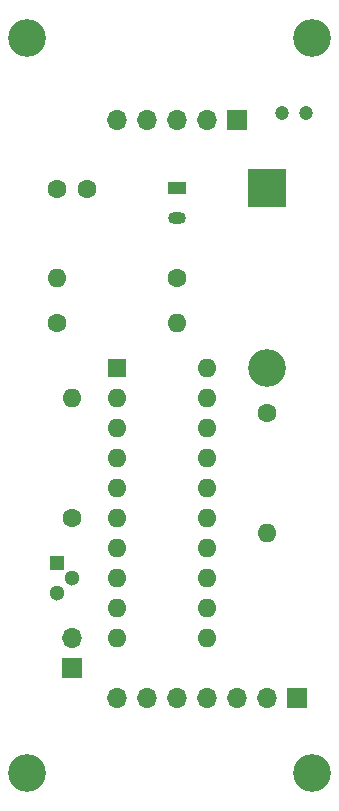
<source format=gbr>
%TF.GenerationSoftware,KiCad,Pcbnew,(6.0.9)*%
%TF.CreationDate,2024-07-08T19:13:13-04:00*%
%TF.ProjectId,PantryLED,50616e74-7279-44c4-9544-2e6b69636164,rev?*%
%TF.SameCoordinates,Original*%
%TF.FileFunction,Soldermask,Bot*%
%TF.FilePolarity,Negative*%
%FSLAX46Y46*%
G04 Gerber Fmt 4.6, Leading zero omitted, Abs format (unit mm)*
G04 Created by KiCad (PCBNEW (6.0.9)) date 2024-07-08 19:13:13*
%MOMM*%
%LPD*%
G01*
G04 APERTURE LIST*
%ADD10R,1.700000X1.700000*%
%ADD11O,1.700000X1.700000*%
%ADD12R,3.200000X3.200000*%
%ADD13O,3.200000X3.200000*%
%ADD14C,3.200000*%
%ADD15C,1.600000*%
%ADD16O,1.600000X1.600000*%
%ADD17R,1.300000X1.300000*%
%ADD18C,1.300000*%
%ADD19R,1.500000X1.050000*%
%ADD20O,1.500000X1.050000*%
%ADD21C,1.200000*%
%ADD22R,1.600000X1.600000*%
G04 APERTURE END LIST*
D10*
%TO.C,J1*%
X152380000Y-106705000D03*
D11*
X149840000Y-106705000D03*
X147300000Y-106705000D03*
X144760000Y-106705000D03*
X142220000Y-106705000D03*
X139680000Y-106705000D03*
X137140000Y-106705000D03*
%TD*%
D12*
%TO.C,D1*%
X149860000Y-63500000D03*
D13*
X149860000Y-78740000D03*
%TD*%
D14*
%TO.C,H3*%
X129540000Y-113030000D03*
%TD*%
%TO.C,H4*%
X153670000Y-50800000D03*
%TD*%
D10*
%TO.C,D2*%
X133340000Y-104135000D03*
D11*
X133340000Y-101595000D03*
%TD*%
D10*
%TO.C,U1*%
X147340000Y-57740000D03*
D11*
X144800000Y-57740000D03*
X142260000Y-57740000D03*
X139720000Y-57740000D03*
X137180000Y-57740000D03*
%TD*%
D15*
%TO.C,R2*%
X149850000Y-82545000D03*
D16*
X149850000Y-92705000D03*
%TD*%
D15*
%TO.C,R1*%
X133340000Y-91435000D03*
D16*
X133340000Y-81275000D03*
%TD*%
D17*
%TO.C,U2*%
X132070000Y-95245000D03*
D18*
X133340000Y-96515000D03*
X132070000Y-97785000D03*
%TD*%
D14*
%TO.C,H1*%
X129540000Y-50800000D03*
%TD*%
%TO.C,H2*%
X153670000Y-113030000D03*
%TD*%
D15*
%TO.C,C2*%
X134620000Y-63620000D03*
X132120000Y-63620000D03*
%TD*%
D19*
%TO.C,L1*%
X142240000Y-63500000D03*
D20*
X142240000Y-66040000D03*
%TD*%
D21*
%TO.C,C1*%
X151130000Y-57150000D03*
X153130000Y-57150000D03*
%TD*%
D15*
%TO.C,R3*%
X142240000Y-71120000D03*
D16*
X132080000Y-71120000D03*
%TD*%
D15*
%TO.C,R4*%
X132080000Y-74930000D03*
D16*
X142240000Y-74930000D03*
%TD*%
D22*
%TO.C,U3*%
X137160000Y-78740000D03*
D16*
X137160000Y-81280000D03*
X137160000Y-83820000D03*
X137160000Y-86360000D03*
X137160000Y-88900000D03*
X137160000Y-91440000D03*
X137160000Y-93980000D03*
X137160000Y-96520000D03*
X137160000Y-99060000D03*
X137160000Y-101600000D03*
X144780000Y-101600000D03*
X144780000Y-99060000D03*
X144780000Y-96520000D03*
X144780000Y-93980000D03*
X144780000Y-91440000D03*
X144780000Y-88900000D03*
X144780000Y-86360000D03*
X144780000Y-83820000D03*
X144780000Y-81280000D03*
X144780000Y-78740000D03*
%TD*%
M02*

</source>
